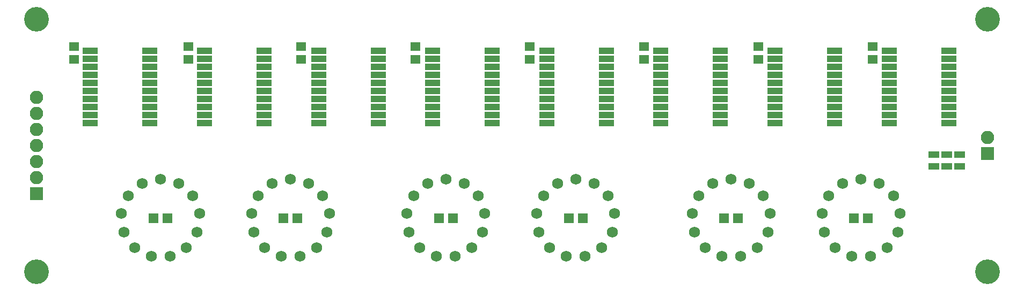
<source format=gts>
G04 #@! TF.FileFunction,Soldermask,Top*
%FSLAX46Y46*%
G04 Gerber Fmt 4.6, Leading zero omitted, Abs format (unit mm)*
G04 Created by KiCad (PCBNEW 4.0.7) date 06/23/18 17:49:10*
%MOMM*%
%LPD*%
G01*
G04 APERTURE LIST*
%ADD10C,0.100000*%
%ADD11C,3.900120*%
%ADD12R,2.350000X1.000000*%
%ADD13C,1.746200*%
%ADD14R,1.600000X1.600000*%
%ADD15R,2.100000X2.100000*%
%ADD16O,2.100000X2.100000*%
%ADD17R,1.700000X1.100000*%
%ADD18R,1.650000X1.400000*%
G04 APERTURE END LIST*
D10*
D11*
X68755260Y-116918740D03*
X68755260Y-76918820D03*
X218754960Y-76918820D03*
X218754960Y-116918740D03*
D12*
X131215000Y-81915000D03*
X131215000Y-83185000D03*
X131215000Y-84455000D03*
X131215000Y-85725000D03*
X131215000Y-86995000D03*
X131215000Y-88265000D03*
X131215000Y-89535000D03*
X131215000Y-90805000D03*
X131215000Y-92075000D03*
X131215000Y-93345000D03*
X140615000Y-93345000D03*
X140615000Y-92075000D03*
X140615000Y-90805000D03*
X140615000Y-89535000D03*
X140615000Y-88265000D03*
X140615000Y-86995000D03*
X140615000Y-85725000D03*
X140615000Y-84455000D03*
X140615000Y-83185000D03*
X140615000Y-81915000D03*
D13*
X193704300Y-104919640D03*
X203889700Y-104919640D03*
X204941260Y-107690780D03*
X204583120Y-110629560D03*
X202901640Y-113067960D03*
X200277820Y-114444640D03*
X197316180Y-114444640D03*
X194692360Y-113067960D03*
X193010880Y-110629560D03*
X192652740Y-107690780D03*
X198797000Y-102247560D03*
X195921720Y-102956220D03*
X201672280Y-102956220D03*
X173204300Y-104919640D03*
X183389700Y-104919640D03*
X184441260Y-107690780D03*
X184083120Y-110629560D03*
X182401640Y-113067960D03*
X179777820Y-114444640D03*
X176816180Y-114444640D03*
X174192360Y-113067960D03*
X172510880Y-110629560D03*
X172152740Y-107690780D03*
X178297000Y-102247560D03*
X175421720Y-102956220D03*
X181172280Y-102956220D03*
X148695100Y-104919640D03*
X158880500Y-104919640D03*
X159932060Y-107690780D03*
X159573920Y-110629560D03*
X157892440Y-113067960D03*
X155268620Y-114444640D03*
X152306980Y-114444640D03*
X149683160Y-113067960D03*
X148001680Y-110629560D03*
X147643540Y-107690780D03*
X153787800Y-102247560D03*
X150912520Y-102956220D03*
X156663080Y-102956220D03*
X128195100Y-104919640D03*
X138380500Y-104919640D03*
X139432060Y-107690780D03*
X139073920Y-110629560D03*
X137392440Y-113067960D03*
X134768620Y-114444640D03*
X131806980Y-114444640D03*
X129183160Y-113067960D03*
X127501680Y-110629560D03*
X127143540Y-107690780D03*
X133287800Y-102247560D03*
X130412520Y-102956220D03*
X136163080Y-102956220D03*
X103681300Y-104919640D03*
X113866700Y-104919640D03*
X114918260Y-107690780D03*
X114560120Y-110629560D03*
X112878640Y-113067960D03*
X110254820Y-114444640D03*
X107293180Y-114444640D03*
X104669360Y-113067960D03*
X102987880Y-110629560D03*
X102629740Y-107690780D03*
X108774000Y-102247560D03*
X105898720Y-102956220D03*
X111649280Y-102956220D03*
X83181300Y-104919640D03*
X93366700Y-104919640D03*
X94418260Y-107690780D03*
X94060120Y-110629560D03*
X92378640Y-113067960D03*
X89754820Y-114444640D03*
X86793180Y-114444640D03*
X84169360Y-113067960D03*
X82487880Y-110629560D03*
X82129740Y-107690780D03*
X88274000Y-102247560D03*
X85398720Y-102956220D03*
X91149280Y-102956220D03*
D14*
X89374000Y-108435000D03*
X87174000Y-108435000D03*
X109874000Y-108435000D03*
X107674000Y-108435000D03*
X134387800Y-108435000D03*
X132187800Y-108435000D03*
X154887800Y-108435000D03*
X152687800Y-108435000D03*
X179397000Y-108435000D03*
X177197000Y-108435000D03*
X199897000Y-108435000D03*
X197697000Y-108435000D03*
D12*
X77215000Y-81915000D03*
X77215000Y-83185000D03*
X77215000Y-84455000D03*
X77215000Y-85725000D03*
X77215000Y-86995000D03*
X77215000Y-88265000D03*
X77215000Y-89535000D03*
X77215000Y-90805000D03*
X77215000Y-92075000D03*
X77215000Y-93345000D03*
X86615000Y-93345000D03*
X86615000Y-92075000D03*
X86615000Y-90805000D03*
X86615000Y-89535000D03*
X86615000Y-88265000D03*
X86615000Y-86995000D03*
X86615000Y-85725000D03*
X86615000Y-84455000D03*
X86615000Y-83185000D03*
X86615000Y-81915000D03*
X95215000Y-81915000D03*
X95215000Y-83185000D03*
X95215000Y-84455000D03*
X95215000Y-85725000D03*
X95215000Y-86995000D03*
X95215000Y-88265000D03*
X95215000Y-89535000D03*
X95215000Y-90805000D03*
X95215000Y-92075000D03*
X95215000Y-93345000D03*
X104615000Y-93345000D03*
X104615000Y-92075000D03*
X104615000Y-90805000D03*
X104615000Y-89535000D03*
X104615000Y-88265000D03*
X104615000Y-86995000D03*
X104615000Y-85725000D03*
X104615000Y-84455000D03*
X104615000Y-83185000D03*
X104615000Y-81915000D03*
X113215000Y-81915000D03*
X113215000Y-83185000D03*
X113215000Y-84455000D03*
X113215000Y-85725000D03*
X113215000Y-86995000D03*
X113215000Y-88265000D03*
X113215000Y-89535000D03*
X113215000Y-90805000D03*
X113215000Y-92075000D03*
X113215000Y-93345000D03*
X122615000Y-93345000D03*
X122615000Y-92075000D03*
X122615000Y-90805000D03*
X122615000Y-89535000D03*
X122615000Y-88265000D03*
X122615000Y-86995000D03*
X122615000Y-85725000D03*
X122615000Y-84455000D03*
X122615000Y-83185000D03*
X122615000Y-81915000D03*
X149215000Y-81915000D03*
X149215000Y-83185000D03*
X149215000Y-84455000D03*
X149215000Y-85725000D03*
X149215000Y-86995000D03*
X149215000Y-88265000D03*
X149215000Y-89535000D03*
X149215000Y-90805000D03*
X149215000Y-92075000D03*
X149215000Y-93345000D03*
X158615000Y-93345000D03*
X158615000Y-92075000D03*
X158615000Y-90805000D03*
X158615000Y-89535000D03*
X158615000Y-88265000D03*
X158615000Y-86995000D03*
X158615000Y-85725000D03*
X158615000Y-84455000D03*
X158615000Y-83185000D03*
X158615000Y-81915000D03*
X167215000Y-81915000D03*
X167215000Y-83185000D03*
X167215000Y-84455000D03*
X167215000Y-85725000D03*
X167215000Y-86995000D03*
X167215000Y-88265000D03*
X167215000Y-89535000D03*
X167215000Y-90805000D03*
X167215000Y-92075000D03*
X167215000Y-93345000D03*
X176615000Y-93345000D03*
X176615000Y-92075000D03*
X176615000Y-90805000D03*
X176615000Y-89535000D03*
X176615000Y-88265000D03*
X176615000Y-86995000D03*
X176615000Y-85725000D03*
X176615000Y-84455000D03*
X176615000Y-83185000D03*
X176615000Y-81915000D03*
X185215000Y-81915000D03*
X185215000Y-83185000D03*
X185215000Y-84455000D03*
X185215000Y-85725000D03*
X185215000Y-86995000D03*
X185215000Y-88265000D03*
X185215000Y-89535000D03*
X185215000Y-90805000D03*
X185215000Y-92075000D03*
X185215000Y-93345000D03*
X194615000Y-93345000D03*
X194615000Y-92075000D03*
X194615000Y-90805000D03*
X194615000Y-89535000D03*
X194615000Y-88265000D03*
X194615000Y-86995000D03*
X194615000Y-85725000D03*
X194615000Y-84455000D03*
X194615000Y-83185000D03*
X194615000Y-81915000D03*
X203215000Y-81915000D03*
X203215000Y-83185000D03*
X203215000Y-84455000D03*
X203215000Y-85725000D03*
X203215000Y-86995000D03*
X203215000Y-88265000D03*
X203215000Y-89535000D03*
X203215000Y-90805000D03*
X203215000Y-92075000D03*
X203215000Y-93345000D03*
X212615000Y-93345000D03*
X212615000Y-92075000D03*
X212615000Y-90805000D03*
X212615000Y-89535000D03*
X212615000Y-88265000D03*
X212615000Y-86995000D03*
X212615000Y-85725000D03*
X212615000Y-84455000D03*
X212615000Y-83185000D03*
X212615000Y-81915000D03*
D15*
X218754000Y-98190000D03*
D16*
X218754000Y-95650000D03*
D17*
X212344000Y-98364000D03*
X212344000Y-100264000D03*
X210312000Y-98364000D03*
X210312000Y-100264000D03*
D18*
X74676000Y-83296000D03*
X74676000Y-81296000D03*
X92710000Y-83296000D03*
X92710000Y-81296000D03*
X110490000Y-83296000D03*
X110490000Y-81296000D03*
X128524000Y-83296000D03*
X128524000Y-81296000D03*
X146558000Y-83296000D03*
X146558000Y-81296000D03*
X164592000Y-83296000D03*
X164592000Y-81296000D03*
X182626000Y-83296000D03*
X182626000Y-81296000D03*
X200660000Y-83296000D03*
X200660000Y-81296000D03*
D15*
X68754000Y-104540000D03*
D16*
X68754000Y-102000000D03*
X68754000Y-99460000D03*
X68754000Y-96920000D03*
X68754000Y-94380000D03*
X68754000Y-91840000D03*
X68754000Y-89300000D03*
D17*
X214376000Y-98364000D03*
X214376000Y-100264000D03*
M02*

</source>
